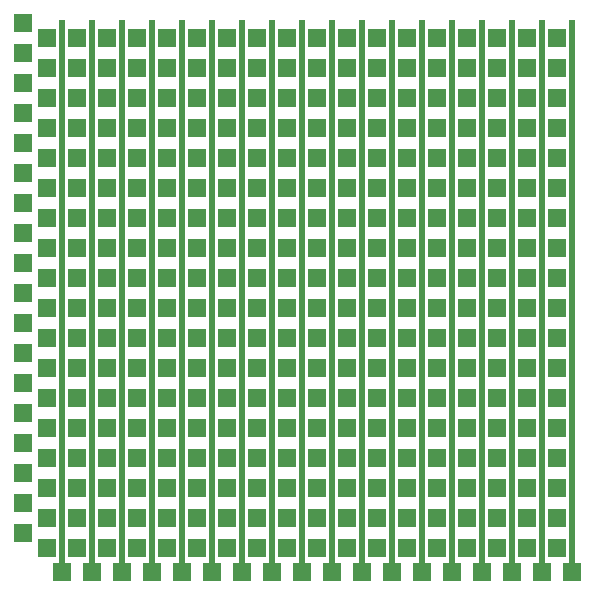
<source format=gbl>
G75*
%MOIN*%
%OFA0B0*%
%FSLAX25Y25*%
%IPPOS*%
%LPD*%
%AMOC8*
5,1,8,0,0,1.08239X$1,22.5*
%
%ADD10R,0.02000X1.82000*%
%ADD11R,0.02000X1.82000*%
%ADD12R,0.05906X0.05906*%
D10*
X0021334Y0101000D03*
X0031334Y0101000D03*
X0041334Y0101000D03*
X0051334Y0101000D03*
X0061334Y0101000D03*
X0101334Y0101000D03*
D11*
X0111334Y0101000D03*
X0121334Y0101000D03*
X0131334Y0101000D03*
X0141334Y0101000D03*
X0151334Y0101000D03*
X0161334Y0101000D03*
X0171334Y0101000D03*
X0181334Y0101000D03*
X0191334Y0101000D03*
X0091334Y0101000D03*
X0081334Y0101000D03*
X0071334Y0101000D03*
D12*
X0016333Y0016000D03*
X0008333Y0021000D03*
X0016333Y0026000D03*
X0008333Y0031000D03*
X0016333Y0036000D03*
X0008333Y0041000D03*
X0016333Y0046000D03*
X0008333Y0051000D03*
X0016333Y0056000D03*
X0008333Y0061000D03*
X0016333Y0066000D03*
X0008333Y0071000D03*
X0016333Y0076000D03*
X0008333Y0081000D03*
X0016333Y0086000D03*
X0008333Y0091000D03*
X0016333Y0096000D03*
X0008333Y0101000D03*
X0016333Y0106000D03*
X0008333Y0111000D03*
X0016333Y0116000D03*
X0008333Y0121000D03*
X0016333Y0126000D03*
X0008333Y0131000D03*
X0016333Y0136000D03*
X0008333Y0141000D03*
X0016333Y0146000D03*
X0008333Y0151000D03*
X0016333Y0156000D03*
X0008333Y0161000D03*
X0016333Y0166000D03*
X0008333Y0171000D03*
X0016333Y0176000D03*
X0008333Y0181000D03*
X0016333Y0186000D03*
X0008333Y0191000D03*
X0026333Y0186000D03*
X0026333Y0176000D03*
X0026333Y0166000D03*
X0026333Y0156000D03*
X0026333Y0146000D03*
X0026333Y0136000D03*
X0026333Y0126000D03*
X0026333Y0116000D03*
X0026333Y0106000D03*
X0026333Y0096000D03*
X0026333Y0086000D03*
X0026333Y0076000D03*
X0026333Y0066000D03*
X0026333Y0056000D03*
X0026333Y0046000D03*
X0026333Y0036000D03*
X0026333Y0026000D03*
X0026333Y0016000D03*
X0021333Y0008000D03*
X0031333Y0008000D03*
X0036333Y0016000D03*
X0041333Y0008000D03*
X0046333Y0016000D03*
X0051333Y0008000D03*
X0056333Y0016000D03*
X0061333Y0008000D03*
X0066333Y0016000D03*
X0071333Y0008000D03*
X0076333Y0016000D03*
X0081333Y0008000D03*
X0086333Y0016000D03*
X0091333Y0008000D03*
X0096333Y0016000D03*
X0101333Y0008000D03*
X0106333Y0016000D03*
X0111333Y0008000D03*
X0116333Y0016000D03*
X0121333Y0008000D03*
X0126333Y0016000D03*
X0131333Y0008000D03*
X0136333Y0016000D03*
X0141333Y0008000D03*
X0146333Y0016000D03*
X0151333Y0008000D03*
X0156333Y0016000D03*
X0161333Y0008000D03*
X0166333Y0016000D03*
X0171333Y0008000D03*
X0176333Y0016000D03*
X0181333Y0008000D03*
X0186333Y0016000D03*
X0191333Y0008000D03*
X0186333Y0026000D03*
X0176333Y0026000D03*
X0166333Y0026000D03*
X0156333Y0026000D03*
X0146333Y0026000D03*
X0136333Y0026000D03*
X0126333Y0026000D03*
X0116333Y0026000D03*
X0106333Y0026000D03*
X0096333Y0026000D03*
X0086333Y0026000D03*
X0076333Y0026000D03*
X0066333Y0026000D03*
X0056333Y0026000D03*
X0046333Y0026000D03*
X0036333Y0026000D03*
X0036333Y0036000D03*
X0036333Y0046000D03*
X0036333Y0056000D03*
X0036333Y0066000D03*
X0036333Y0076000D03*
X0036333Y0086000D03*
X0036333Y0096000D03*
X0036333Y0106000D03*
X0036333Y0116000D03*
X0036333Y0126000D03*
X0036333Y0136000D03*
X0036333Y0146000D03*
X0036333Y0156000D03*
X0036333Y0166000D03*
X0036333Y0176000D03*
X0036333Y0186000D03*
X0046333Y0186000D03*
X0046333Y0176000D03*
X0046333Y0166000D03*
X0046333Y0156000D03*
X0046333Y0146000D03*
X0046333Y0136000D03*
X0046333Y0126000D03*
X0046333Y0116000D03*
X0046333Y0106000D03*
X0046333Y0096000D03*
X0046333Y0086000D03*
X0046333Y0076000D03*
X0046333Y0066000D03*
X0046333Y0056000D03*
X0046333Y0046000D03*
X0046333Y0036000D03*
X0056333Y0036000D03*
X0056333Y0046000D03*
X0056333Y0056000D03*
X0056333Y0066000D03*
X0056333Y0076000D03*
X0056333Y0086000D03*
X0056333Y0096000D03*
X0056333Y0106000D03*
X0056333Y0116000D03*
X0056333Y0126000D03*
X0056333Y0136000D03*
X0056333Y0146000D03*
X0056333Y0156000D03*
X0056333Y0166000D03*
X0056333Y0176000D03*
X0056333Y0186000D03*
X0066333Y0186000D03*
X0066333Y0176000D03*
X0066333Y0166000D03*
X0066333Y0156000D03*
X0066333Y0146000D03*
X0066333Y0136000D03*
X0066333Y0126000D03*
X0066333Y0116000D03*
X0066333Y0106000D03*
X0066333Y0096000D03*
X0066333Y0086000D03*
X0066333Y0076000D03*
X0066333Y0066000D03*
X0066333Y0056000D03*
X0066333Y0046000D03*
X0066333Y0036000D03*
X0076333Y0036000D03*
X0076333Y0046000D03*
X0076333Y0056000D03*
X0076333Y0066000D03*
X0076333Y0076000D03*
X0076333Y0086000D03*
X0076333Y0096000D03*
X0076333Y0106000D03*
X0076333Y0116000D03*
X0076333Y0126000D03*
X0076333Y0136000D03*
X0076333Y0146000D03*
X0076333Y0156000D03*
X0076333Y0166000D03*
X0076333Y0176000D03*
X0076333Y0186000D03*
X0086333Y0186000D03*
X0086333Y0176000D03*
X0086333Y0166000D03*
X0086333Y0156000D03*
X0086333Y0146000D03*
X0086333Y0136000D03*
X0086333Y0126000D03*
X0086333Y0116000D03*
X0086333Y0106000D03*
X0086333Y0096000D03*
X0086333Y0086000D03*
X0086333Y0076000D03*
X0086333Y0066000D03*
X0086333Y0056000D03*
X0086333Y0046000D03*
X0086333Y0036000D03*
X0096333Y0036000D03*
X0096333Y0046000D03*
X0096333Y0056000D03*
X0096333Y0066000D03*
X0096333Y0076000D03*
X0096333Y0086000D03*
X0096333Y0096000D03*
X0096333Y0106000D03*
X0096333Y0116000D03*
X0096333Y0126000D03*
X0096333Y0136000D03*
X0096333Y0146000D03*
X0096333Y0156000D03*
X0096333Y0166000D03*
X0096333Y0176000D03*
X0096333Y0186000D03*
X0106333Y0186000D03*
X0106333Y0176000D03*
X0106333Y0166000D03*
X0106333Y0156000D03*
X0106333Y0146000D03*
X0106333Y0136000D03*
X0106333Y0126000D03*
X0106333Y0116000D03*
X0106333Y0106000D03*
X0106333Y0096000D03*
X0106333Y0086000D03*
X0106333Y0076000D03*
X0106333Y0066000D03*
X0106333Y0056000D03*
X0106333Y0046000D03*
X0106333Y0036000D03*
X0116333Y0036000D03*
X0116333Y0046000D03*
X0116333Y0056000D03*
X0116333Y0066000D03*
X0116333Y0076000D03*
X0116333Y0086000D03*
X0116333Y0096000D03*
X0116333Y0106000D03*
X0116333Y0116000D03*
X0116333Y0126000D03*
X0116333Y0136000D03*
X0116333Y0146000D03*
X0116333Y0156000D03*
X0116333Y0166000D03*
X0116333Y0176000D03*
X0116333Y0186000D03*
X0126333Y0186000D03*
X0126333Y0176000D03*
X0126333Y0166000D03*
X0126333Y0156000D03*
X0126333Y0146000D03*
X0126333Y0136000D03*
X0126333Y0126000D03*
X0126333Y0116000D03*
X0126333Y0106000D03*
X0126333Y0096000D03*
X0126333Y0086000D03*
X0126333Y0076000D03*
X0126333Y0066000D03*
X0126333Y0056000D03*
X0126333Y0046000D03*
X0126333Y0036000D03*
X0136333Y0036000D03*
X0136333Y0046000D03*
X0136333Y0056000D03*
X0136333Y0066000D03*
X0136333Y0076000D03*
X0136333Y0086000D03*
X0136333Y0096000D03*
X0136333Y0106000D03*
X0136333Y0116000D03*
X0136333Y0126000D03*
X0136333Y0136000D03*
X0136333Y0146000D03*
X0136333Y0156000D03*
X0136333Y0166000D03*
X0136333Y0176000D03*
X0136333Y0186000D03*
X0146333Y0186000D03*
X0146333Y0176000D03*
X0146333Y0166000D03*
X0146333Y0156000D03*
X0146333Y0146000D03*
X0146333Y0136000D03*
X0146333Y0126000D03*
X0146333Y0116000D03*
X0146333Y0106000D03*
X0146333Y0096000D03*
X0146333Y0086000D03*
X0146333Y0076000D03*
X0146333Y0066000D03*
X0146333Y0056000D03*
X0146333Y0046000D03*
X0146333Y0036000D03*
X0156333Y0036000D03*
X0156333Y0046000D03*
X0156333Y0056000D03*
X0156333Y0066000D03*
X0156333Y0076000D03*
X0156333Y0086000D03*
X0156333Y0096000D03*
X0156333Y0106000D03*
X0156333Y0116000D03*
X0156333Y0126000D03*
X0156333Y0136000D03*
X0156333Y0146000D03*
X0156333Y0156000D03*
X0156333Y0166000D03*
X0156333Y0176000D03*
X0156333Y0186000D03*
X0166333Y0186000D03*
X0166333Y0176000D03*
X0166333Y0166000D03*
X0166333Y0156000D03*
X0166333Y0146000D03*
X0166333Y0136000D03*
X0166333Y0126000D03*
X0166333Y0116000D03*
X0166333Y0106000D03*
X0166333Y0096000D03*
X0166333Y0086000D03*
X0166333Y0076000D03*
X0166333Y0066000D03*
X0166333Y0056000D03*
X0166333Y0046000D03*
X0166333Y0036000D03*
X0176333Y0036000D03*
X0176333Y0046000D03*
X0176333Y0056000D03*
X0176333Y0066000D03*
X0176333Y0076000D03*
X0176333Y0086000D03*
X0176333Y0096000D03*
X0176333Y0106000D03*
X0176333Y0116000D03*
X0176333Y0126000D03*
X0176333Y0136000D03*
X0176333Y0146000D03*
X0176333Y0156000D03*
X0176333Y0166000D03*
X0176333Y0176000D03*
X0176333Y0186000D03*
X0186333Y0186000D03*
X0186333Y0176000D03*
X0186333Y0166000D03*
X0186333Y0156000D03*
X0186333Y0146000D03*
X0186333Y0136000D03*
X0186333Y0126000D03*
X0186333Y0116000D03*
X0186333Y0106000D03*
X0186333Y0096000D03*
X0186333Y0086000D03*
X0186333Y0076000D03*
X0186333Y0066000D03*
X0186333Y0056000D03*
X0186333Y0046000D03*
X0186333Y0036000D03*
M02*

</source>
